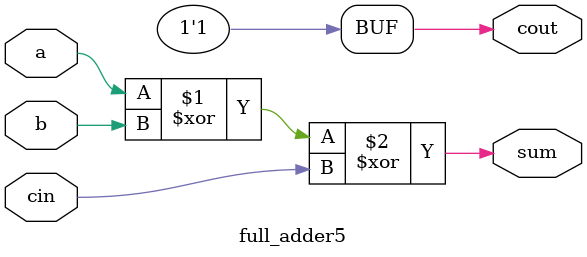
<source format=v>
module full_adder5(a,b,cin,sum,cout);
input a,b,cin;
output sum,cout;
assign sum = a^b^cin;
assign cout = 1'b1; 
// initial begin
//     $display("The incorrect adder with or1 having out/1");
// end   
endmodule
</source>
